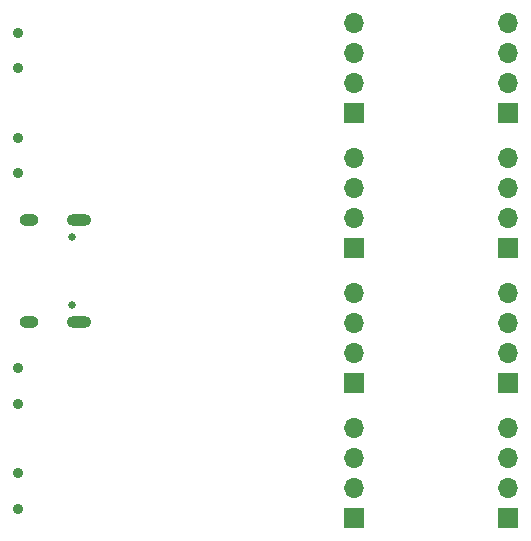
<source format=gbr>
%TF.GenerationSoftware,KiCad,Pcbnew,7.0.1*%
%TF.CreationDate,2023-04-24T21:53:49-04:00*%
%TF.ProjectId,lots-of-serial,6c6f7473-2d6f-4662-9d73-657269616c2e,rev?*%
%TF.SameCoordinates,Original*%
%TF.FileFunction,Soldermask,Bot*%
%TF.FilePolarity,Negative*%
%FSLAX46Y46*%
G04 Gerber Fmt 4.6, Leading zero omitted, Abs format (unit mm)*
G04 Created by KiCad (PCBNEW 7.0.1) date 2023-04-24 21:53:49*
%MOMM*%
%LPD*%
G01*
G04 APERTURE LIST*
%ADD10R,1.700000X1.700000*%
%ADD11O,1.700000X1.700000*%
%ADD12C,0.900000*%
%ADD13C,0.650000*%
%ADD14O,2.100000X1.000000*%
%ADD15O,1.600000X1.000000*%
G04 APERTURE END LIST*
D10*
%TO.C,J5*%
X105537000Y-60315000D03*
D11*
X105537000Y-57775000D03*
X105537000Y-55235000D03*
X105537000Y-52695000D03*
%TD*%
D10*
%TO.C,J8*%
X105537000Y-94605000D03*
D11*
X105537000Y-92065000D03*
X105537000Y-89525000D03*
X105537000Y-86985000D03*
%TD*%
D10*
%TO.C,J7*%
X105537000Y-83175000D03*
D11*
X105537000Y-80635000D03*
X105537000Y-78095000D03*
X105537000Y-75555000D03*
%TD*%
D10*
%TO.C,J6*%
X105537000Y-71745000D03*
D11*
X105537000Y-69205000D03*
X105537000Y-66665000D03*
X105537000Y-64125000D03*
%TD*%
D12*
%TO.C,SW1*%
X64041000Y-62405000D03*
X64041000Y-65405000D03*
%TD*%
%TO.C,SW2*%
X64041000Y-53515000D03*
X64041000Y-56515000D03*
%TD*%
%TO.C,SW3*%
X64026000Y-81906000D03*
X64026000Y-84906000D03*
%TD*%
%TO.C,SW4*%
X64026000Y-93796000D03*
X64026000Y-90796000D03*
%TD*%
D10*
%TO.C,J4*%
X92456000Y-60315000D03*
D11*
X92456000Y-57775000D03*
X92456000Y-55235000D03*
X92456000Y-52695000D03*
%TD*%
D10*
%TO.C,J1*%
X92456000Y-94605000D03*
D11*
X92456000Y-92065000D03*
X92456000Y-89525000D03*
X92456000Y-86985000D03*
%TD*%
D10*
%TO.C,J2*%
X92456000Y-83175000D03*
D11*
X92456000Y-80635000D03*
X92456000Y-78095000D03*
X92456000Y-75555000D03*
%TD*%
D10*
%TO.C,J3*%
X92456000Y-71745000D03*
D11*
X92456000Y-69205000D03*
X92456000Y-66665000D03*
X92456000Y-64125000D03*
%TD*%
D13*
%TO.C,USB1*%
X68640000Y-70770000D03*
X68640000Y-76550000D03*
D14*
X69170000Y-69340000D03*
D15*
X64990000Y-69340000D03*
D14*
X69170000Y-77980000D03*
D15*
X64990000Y-77980000D03*
%TD*%
M02*

</source>
